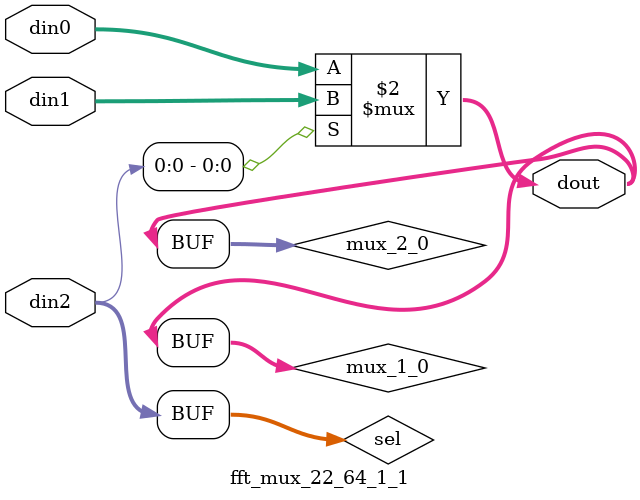
<source format=v>

`timescale 1ns/1ps

module fft_mux_22_64_1_1 #(
parameter
    ID                = 0,
    NUM_STAGE         = 1,
    din0_WIDTH       = 32,
    din1_WIDTH       = 32,
    din2_WIDTH         = 32,
    dout_WIDTH            = 32
)(
    input  [63 : 0]     din0,
    input  [63 : 0]     din1,
    input  [1 : 0]    din2,
    output [63 : 0]   dout);

// puts internal signals
wire [1 : 0]     sel;
// level 1 signals
wire [63 : 0]         mux_1_0;
// level 2 signals
wire [63 : 0]         mux_2_0;

assign sel = din2;

// Generate level 1 logic
assign mux_1_0 = (sel[0] == 0)? din0 : din1;

// Generate level 2 logic
assign mux_2_0 = mux_1_0;

// output logic
assign dout = mux_2_0;

endmodule

</source>
